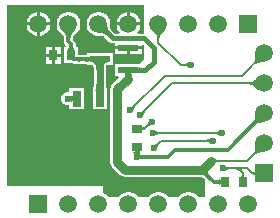
<source format=gbl>
G04*
G04 #@! TF.GenerationSoftware,Altium Limited,Altium Designer,22.4.2 (48)*
G04*
G04 Layer_Physical_Order=2*
G04 Layer_Color=16711680*
%FSLAX25Y25*%
%MOIN*%
G70*
G04*
G04 #@! TF.SameCoordinates,F7E3B1D8-2F66-413B-9CB6-F982D94F727F*
G04*
G04*
G04 #@! TF.FilePolarity,Positive*
G04*
G01*
G75*
%ADD10C,0.02362*%
%ADD12C,0.00787*%
%ADD14R,0.03150X0.03740*%
%ADD29C,0.01968*%
%ADD30C,0.01575*%
%ADD31C,0.01181*%
%ADD32C,0.01496*%
%ADD33R,0.05906X0.05906*%
%ADD34C,0.05906*%
%ADD35R,0.05906X0.05906*%
%ADD36C,0.02362*%
%ADD37R,0.07087X0.02362*%
%ADD38R,0.03150X0.05315*%
%ADD39R,0.03740X0.03150*%
%ADD40C,0.03150*%
G36*
X47047Y64204D02*
X44911D01*
X44704Y64704D01*
X44974Y64974D01*
X45494Y65876D01*
X45764Y66881D01*
Y66902D01*
X41811D01*
X37858D01*
Y66881D01*
X38128Y65876D01*
X38648Y64974D01*
X38919Y64704D01*
X38711Y64204D01*
X37279D01*
X36065Y65418D01*
X35984Y65528D01*
X35892Y65684D01*
X35809Y65860D01*
X35736Y66055D01*
X35675Y66272D01*
X35643Y66430D01*
X35764Y66881D01*
Y67922D01*
X35494Y68927D01*
X34974Y69829D01*
X34238Y70565D01*
X33337Y71085D01*
X32331Y71354D01*
X31291D01*
X30285Y71085D01*
X29384Y70565D01*
X28648Y69829D01*
X28128Y68927D01*
X27858Y67922D01*
Y66881D01*
X28128Y65876D01*
X28648Y64974D01*
X29384Y64239D01*
X30285Y63718D01*
X31291Y63449D01*
X32331D01*
X32782Y63570D01*
X32940Y63538D01*
X33158Y63477D01*
X33353Y63404D01*
X33528Y63321D01*
X33685Y63228D01*
X33794Y63147D01*
X35479Y61463D01*
X35479Y61463D01*
X36000Y61115D01*
X36614Y60993D01*
X36614Y60993D01*
X37189D01*
Y59949D01*
X41732D01*
X46276D01*
Y60338D01*
X46751Y60549D01*
X47047Y60316D01*
Y55610D01*
X45374Y53937D01*
X45281D01*
X45264Y53940D01*
X45246Y53937D01*
X37402D01*
Y50000D01*
X38460D01*
X38652Y49538D01*
X36388Y47274D01*
X35865Y46492D01*
X35682Y45571D01*
Y21457D01*
X35865Y20535D01*
X36039Y20276D01*
X36388Y19754D01*
X39045Y17096D01*
X39826Y16574D01*
X40748Y16391D01*
X66240D01*
X66277Y16398D01*
X66286Y16395D01*
X66422Y16329D01*
X66612Y16215D01*
X66826Y16065D01*
X67421Y15548D01*
Y10138D01*
X67126Y9843D01*
X64960D01*
X64238Y10565D01*
X63337Y11085D01*
X62331Y11354D01*
X61291D01*
X60285Y11085D01*
X59384Y10565D01*
X58662Y9843D01*
X54960D01*
X54238Y10565D01*
X53337Y11085D01*
X52331Y11354D01*
X51291D01*
X50285Y11085D01*
X49384Y10565D01*
X48662Y9843D01*
X44960D01*
X44238Y10565D01*
X43337Y11085D01*
X42331Y11354D01*
X41291D01*
X40285Y11085D01*
X39384Y10565D01*
X38662Y9843D01*
X34960D01*
X34238Y10565D01*
X33337Y11085D01*
X33169Y11130D01*
Y13484D01*
X1204D01*
Y73599D01*
X47047D01*
Y64204D01*
D02*
G37*
G36*
X34769Y67023D02*
X34793Y66692D01*
X34834Y66378D01*
X34894Y66084D01*
X34972Y65807D01*
X35068Y65548D01*
X35182Y65307D01*
X35314Y65084D01*
X35465Y64880D01*
X35633Y64693D01*
X34519Y63580D01*
X34333Y63748D01*
X34128Y63898D01*
X33906Y64031D01*
X33665Y64145D01*
X33406Y64241D01*
X33129Y64319D01*
X32834Y64378D01*
X32521Y64420D01*
X32190Y64443D01*
X31841Y64449D01*
X34764Y67372D01*
X34769Y67023D01*
D02*
G37*
G36*
X53560Y64972D02*
X53025Y64371D01*
X52807Y64091D01*
X52623Y63826D01*
X52472Y63573D01*
X52355Y63335D01*
X52272Y63111D01*
X52222Y62900D01*
X52205Y62704D01*
X51417D01*
X51401Y62900D01*
X51350Y63111D01*
X51267Y63335D01*
X51150Y63573D01*
X50999Y63826D01*
X50815Y64091D01*
X50597Y64371D01*
X50062Y64972D01*
X49744Y65293D01*
X53878D01*
X53560Y64972D01*
D02*
G37*
G36*
X87057Y54606D02*
X86605Y54604D01*
X85802Y54558D01*
X85450Y54514D01*
X85132Y54456D01*
X84847Y54384D01*
X84596Y54299D01*
X84378Y54199D01*
X84194Y54086D01*
X84043Y53959D01*
X83486Y54515D01*
X83614Y54666D01*
X83727Y54851D01*
X83826Y55069D01*
X83912Y55320D01*
X83984Y55605D01*
X84042Y55923D01*
X84086Y56274D01*
X84132Y57078D01*
X84134Y57529D01*
X87057Y54606D01*
D02*
G37*
G36*
X61641Y52951D02*
X61570Y53041D01*
X61494Y53122D01*
X61415Y53193D01*
X61330Y53254D01*
X61242Y53307D01*
X61148Y53349D01*
X61050Y53382D01*
X60948Y53406D01*
X60840Y53420D01*
X60729Y53425D01*
X60856Y54213D01*
X60963Y54216D01*
X61069Y54228D01*
X61174Y54246D01*
X61279Y54272D01*
X61382Y54306D01*
X61485Y54347D01*
X61587Y54395D01*
X61689Y54451D01*
X61789Y54515D01*
X61888Y54586D01*
X61641Y52951D01*
D02*
G37*
G36*
X45279Y53065D02*
X45327Y53000D01*
X45405Y52943D01*
X45516Y52893D01*
X45657Y52851D01*
X45831Y52817D01*
X46035Y52790D01*
X46539Y52760D01*
X46838Y52756D01*
Y51181D01*
X46539Y51177D01*
X45831Y51120D01*
X45657Y51086D01*
X45516Y51044D01*
X45405Y50994D01*
X45327Y50937D01*
X45279Y50872D01*
X45264Y50799D01*
Y53138D01*
X45279Y53065D01*
D02*
G37*
G36*
X42719Y51690D02*
X42784Y50811D01*
X43319D01*
X43205Y50795D01*
X43102Y50748D01*
X43012Y50668D01*
X42933Y50556D01*
X42870Y50418D01*
X42892Y50348D01*
X42939Y50243D01*
X42991Y50159D01*
X42797D01*
X42771Y50028D01*
X42741Y49788D01*
X42723Y49516D01*
X42717Y49213D01*
X40748D01*
X40742Y49516D01*
X40694Y50028D01*
X40667Y50159D01*
X40473D01*
X40525Y50243D01*
X40572Y50348D01*
X40595Y50418D01*
X40531Y50556D01*
X40453Y50668D01*
X40362Y50748D01*
X40260Y50795D01*
X40145Y50811D01*
X40681D01*
X40723Y51199D01*
X40745Y51690D01*
X40748Y51968D01*
X42717D01*
X42719Y51690D01*
D02*
G37*
G36*
X84978Y45492D02*
X84657Y45810D01*
X84056Y46345D01*
X83776Y46563D01*
X83511Y46747D01*
X83258Y46898D01*
X83020Y47015D01*
X82796Y47098D01*
X82585Y47149D01*
X82389Y47165D01*
Y47953D01*
X82585Y47969D01*
X82796Y48020D01*
X83020Y48103D01*
X83258Y48221D01*
X83511Y48371D01*
X83776Y48555D01*
X84056Y48773D01*
X84657Y49308D01*
X84978Y49626D01*
Y45492D01*
D02*
G37*
G36*
X43976Y39569D02*
X43902Y39489D01*
X43835Y39404D01*
X43777Y39315D01*
X43727Y39221D01*
X43684Y39124D01*
X43649Y39022D01*
X43623Y38915D01*
X43604Y38805D01*
X43593Y38690D01*
X43591Y38571D01*
X42421Y39740D01*
X42540Y39743D01*
X42655Y39754D01*
X42766Y39772D01*
X42872Y39799D01*
X42974Y39834D01*
X43072Y39876D01*
X43165Y39927D01*
X43254Y39985D01*
X43339Y40051D01*
X43420Y40126D01*
X43976Y39569D01*
D02*
G37*
G36*
X47335Y37920D02*
X47260Y37839D01*
X47194Y37754D01*
X47135Y37665D01*
X47085Y37572D01*
X47042Y37474D01*
X47008Y37372D01*
X46981Y37266D01*
X46962Y37155D01*
X46951Y37040D01*
X46949Y36921D01*
X45779Y38091D01*
X45899Y38093D01*
X46014Y38104D01*
X46124Y38123D01*
X46230Y38149D01*
X46332Y38184D01*
X46430Y38227D01*
X46523Y38277D01*
X46613Y38335D01*
X46697Y38402D01*
X46778Y38476D01*
X47335Y37920D01*
D02*
G37*
G36*
X87057Y34607D02*
X86656Y34602D01*
X85932Y34546D01*
X85609Y34494D01*
X85311Y34426D01*
X85038Y34341D01*
X84792Y34241D01*
X84571Y34124D01*
X84375Y33992D01*
X84206Y33843D01*
X83371Y34678D01*
X83519Y34848D01*
X83652Y35043D01*
X83769Y35264D01*
X83869Y35511D01*
X83953Y35783D01*
X84022Y36081D01*
X84074Y36405D01*
X84110Y36754D01*
X84134Y37530D01*
X87057Y34607D01*
D02*
G37*
G36*
X49496Y33661D02*
X49377Y33659D01*
X49262Y33648D01*
X49152Y33629D01*
X49045Y33603D01*
X48943Y33568D01*
X48846Y33525D01*
X48752Y33475D01*
X48663Y33417D01*
X48578Y33350D01*
X48498Y33276D01*
X47941Y33832D01*
X48015Y33913D01*
X48082Y33998D01*
X48140Y34087D01*
X48191Y34180D01*
X48233Y34278D01*
X48268Y34380D01*
X48295Y34486D01*
X48313Y34597D01*
X48324Y34712D01*
X48327Y34831D01*
X49496Y33661D01*
D02*
G37*
G36*
X46342Y33193D02*
X46366Y33126D01*
X46406Y33067D01*
X46462Y33016D01*
X46534Y32972D01*
X46622Y32937D01*
X46726Y32909D01*
X46846Y32890D01*
X46982Y32878D01*
X47134Y32874D01*
Y32087D01*
X46982Y32083D01*
X46846Y32071D01*
X46726Y32051D01*
X46622Y32024D01*
X46534Y31988D01*
X46462Y31945D01*
X46406Y31894D01*
X46366Y31835D01*
X46342Y31768D01*
X46334Y31693D01*
Y33268D01*
X46342Y33193D01*
D02*
G37*
G36*
X71991Y30177D02*
X71905Y30259D01*
X71816Y30333D01*
X71725Y30398D01*
X71631Y30454D01*
X71534Y30502D01*
X71435Y30541D01*
X71333Y30571D01*
X71229Y30593D01*
X71122Y30606D01*
X71012Y30610D01*
Y31398D01*
X71122Y31402D01*
X71229Y31415D01*
X71333Y31437D01*
X71435Y31467D01*
X71534Y31506D01*
X71631Y31554D01*
X71725Y31610D01*
X71816Y31675D01*
X71905Y31748D01*
X71991Y31831D01*
Y30177D01*
D02*
G37*
G36*
X51028Y31748D02*
X51117Y31675D01*
X51208Y31610D01*
X51302Y31554D01*
X51399Y31506D01*
X51498Y31467D01*
X51600Y31437D01*
X51704Y31415D01*
X51811Y31402D01*
X51921Y31398D01*
Y30610D01*
X51811Y30606D01*
X51704Y30593D01*
X51600Y30571D01*
X51498Y30541D01*
X51399Y30502D01*
X51302Y30454D01*
X51208Y30398D01*
X51117Y30333D01*
X51028Y30259D01*
X50942Y30177D01*
Y31831D01*
X51028Y31748D01*
D02*
G37*
G36*
X69038Y27716D02*
X68952Y27799D01*
X68863Y27872D01*
X68772Y27937D01*
X68678Y27994D01*
X68581Y28041D01*
X68482Y28080D01*
X68381Y28111D01*
X68276Y28132D01*
X68169Y28145D01*
X68060Y28150D01*
Y28937D01*
X68169Y28941D01*
X68276Y28954D01*
X68381Y28976D01*
X68482Y29006D01*
X68581Y29045D01*
X68678Y29093D01*
X68772Y29149D01*
X68863Y29214D01*
X68952Y29288D01*
X69038Y29370D01*
Y27716D01*
D02*
G37*
G36*
X51764Y26994D02*
X51689Y26914D01*
X51623Y26829D01*
X51564Y26740D01*
X51514Y26647D01*
X51471Y26549D01*
X51437Y26447D01*
X51410Y26341D01*
X51391Y26230D01*
X51381Y26115D01*
X51378Y25996D01*
X50209Y27165D01*
X50328Y27168D01*
X50443Y27179D01*
X50553Y27198D01*
X50660Y27224D01*
X50761Y27259D01*
X50859Y27301D01*
X50953Y27352D01*
X51042Y27410D01*
X51126Y27477D01*
X51207Y27551D01*
X51764Y26994D01*
D02*
G37*
G36*
X87057Y24607D02*
X86605Y24604D01*
X85802Y24558D01*
X85450Y24514D01*
X85132Y24456D01*
X84847Y24385D01*
X84596Y24299D01*
X84378Y24199D01*
X84194Y24086D01*
X84043Y23959D01*
X83486Y24515D01*
X83614Y24666D01*
X83727Y24851D01*
X83826Y25069D01*
X83912Y25320D01*
X83984Y25605D01*
X84042Y25923D01*
X84086Y26274D01*
X84132Y27078D01*
X84134Y27529D01*
X87057Y24607D01*
D02*
G37*
G36*
X45913Y24811D02*
X45779Y24764D01*
X45661Y24684D01*
X45559Y24573D01*
X45472Y24430D01*
X45402Y24256D01*
X45347Y24050D01*
X45307Y23812D01*
X45283Y23542D01*
X45276Y23240D01*
X43701D01*
X43693Y23542D01*
X43669Y23812D01*
X43630Y24050D01*
X43575Y24256D01*
X43504Y24430D01*
X43417Y24573D01*
X43315Y24684D01*
X43197Y24764D01*
X43063Y24811D01*
X42913Y24827D01*
X46063D01*
X45913Y24811D01*
D02*
G37*
G36*
X45382Y23912D02*
X45441Y23872D01*
X45509Y23836D01*
X45585Y23806D01*
X45669Y23779D01*
X45763Y23758D01*
X45864Y23742D01*
X45974Y23730D01*
X46220Y23720D01*
Y22539D01*
X46093Y22537D01*
X45864Y22518D01*
X45763Y22502D01*
X45669Y22480D01*
X45585Y22454D01*
X45509Y22424D01*
X45441Y22388D01*
X45382Y22348D01*
X45332Y22303D01*
Y23957D01*
X45382Y23912D01*
D02*
G37*
G36*
X70037Y22591D02*
X70135Y22525D01*
X70234Y22466D01*
X70334Y22415D01*
X70435Y22372D01*
X70538Y22337D01*
X70641Y22310D01*
X70747Y22290D01*
X70853Y22278D01*
X70961Y22275D01*
X71053Y21487D01*
X70942Y21483D01*
X70834Y21468D01*
X70731Y21445D01*
X70632Y21413D01*
X70537Y21371D01*
X70446Y21320D01*
X70359Y21259D01*
X70276Y21190D01*
X70197Y21111D01*
X70122Y21022D01*
X69941Y22666D01*
X70037Y22591D01*
D02*
G37*
G36*
X74284Y20000D02*
X74370Y19924D01*
X74458Y19857D01*
X74550Y19799D01*
X74645Y19750D01*
X74742Y19710D01*
X74843Y19679D01*
X74947Y19657D01*
X75054Y19643D01*
X75164Y19639D01*
X75131Y18851D01*
X75023Y18847D01*
X74916Y18835D01*
X74811Y18814D01*
X74708Y18784D01*
X74608Y18746D01*
X74510Y18700D01*
X74413Y18646D01*
X74319Y18583D01*
X74227Y18512D01*
X74137Y18432D01*
X74202Y20084D01*
X74284Y20000D01*
D02*
G37*
G36*
X80032Y18851D02*
X79888Y18846D01*
X79771Y18829D01*
X79681Y18801D01*
X79617Y18762D01*
X79581Y18712D01*
X79571Y18651D01*
X79589Y18578D01*
X79633Y18495D01*
X79704Y18400D01*
X79802Y18295D01*
X78688D01*
X78574Y18400D01*
X78456Y18495D01*
X78333Y18578D01*
X78206Y18651D01*
X78074Y18712D01*
X77937Y18762D01*
X77796Y18801D01*
X77650Y18829D01*
X77499Y18846D01*
X77344Y18851D01*
X78294Y19639D01*
X80032Y18851D01*
D02*
G37*
G36*
X84158Y16772D02*
X84150Y16847D01*
X84126Y16913D01*
X84086Y16973D01*
X84030Y17024D01*
X83958Y17067D01*
X83870Y17102D01*
X83766Y17130D01*
X83646Y17150D01*
X83510Y17161D01*
X83359Y17165D01*
Y17953D01*
X83510Y17957D01*
X83646Y17968D01*
X83766Y17988D01*
X83870Y18016D01*
X83958Y18051D01*
X84030Y18094D01*
X84086Y18146D01*
X84126Y18205D01*
X84150Y18272D01*
X84158Y18347D01*
Y16772D01*
D02*
G37*
G36*
X80319Y17061D02*
X80331Y16925D01*
X80350Y16805D01*
X80378Y16701D01*
X80413Y16613D01*
X80457Y16541D01*
X80508Y16485D01*
X80567Y16445D01*
X80634Y16421D01*
X80709Y16413D01*
X79134D01*
X79209Y16421D01*
X79276Y16445D01*
X79335Y16485D01*
X79386Y16541D01*
X79429Y16613D01*
X79465Y16701D01*
X79492Y16805D01*
X79512Y16925D01*
X79524Y17061D01*
X79528Y17212D01*
X80315D01*
X80319Y17061D01*
D02*
G37*
G36*
X67836Y18638D02*
X67899Y18449D01*
X68004Y18233D01*
X68151Y17990D01*
X68341Y17719D01*
X68845Y17096D01*
X69518Y16364D01*
X69917Y15957D01*
X69082Y15122D01*
X68675Y15521D01*
X67320Y16699D01*
X67050Y16888D01*
X66806Y17035D01*
X66590Y17140D01*
X66401Y17203D01*
X66239Y17224D01*
X67815Y18800D01*
X67836Y18638D01*
D02*
G37*
G36*
X72268Y15411D02*
X73222Y15460D01*
Y14067D01*
X73182Y14087D01*
X73105Y14106D01*
X72992Y14121D01*
X72654Y14147D01*
X72268Y14154D01*
Y13583D01*
X72256Y13695D01*
X72220Y13795D01*
X72161Y13884D01*
X72077Y13961D01*
X71970Y14026D01*
X71839Y14079D01*
X71684Y14120D01*
X71504Y14150D01*
X71302Y14167D01*
X71075Y14173D01*
Y15354D01*
X71250Y15359D01*
X71338Y15363D01*
X71504Y15378D01*
X71684Y15407D01*
X71839Y15449D01*
X71970Y15502D01*
X72077Y15567D01*
X72161Y15644D01*
X72220Y15732D01*
X72256Y15833D01*
X72268Y15945D01*
Y15411D01*
D02*
G37*
%LPC*%
G36*
X42331Y71354D02*
X42311D01*
Y67902D01*
X45764D01*
Y67922D01*
X45494Y68927D01*
X44974Y69829D01*
X44238Y70565D01*
X43337Y71085D01*
X42331Y71354D01*
D02*
G37*
G36*
X12331D02*
X12311D01*
Y67902D01*
X15764D01*
Y67922D01*
X15494Y68927D01*
X14974Y69829D01*
X14238Y70565D01*
X13337Y71085D01*
X12331Y71354D01*
D02*
G37*
G36*
X41311D02*
X41291D01*
X40285Y71085D01*
X39384Y70565D01*
X38648Y69829D01*
X38128Y68927D01*
X37858Y67922D01*
Y67902D01*
X41311D01*
Y71354D01*
D02*
G37*
G36*
X11311D02*
X11291D01*
X10285Y71085D01*
X9384Y70565D01*
X8648Y69829D01*
X8128Y68927D01*
X7858Y67922D01*
Y67902D01*
X11311D01*
Y71354D01*
D02*
G37*
G36*
X15764Y66902D02*
X12311D01*
Y63449D01*
X12331D01*
X13337Y63718D01*
X14238Y64239D01*
X14974Y64974D01*
X15494Y65876D01*
X15764Y66881D01*
Y66902D01*
D02*
G37*
G36*
X11311D02*
X7858D01*
Y66881D01*
X8128Y65876D01*
X8648Y64974D01*
X9384Y64239D01*
X10285Y63718D01*
X11291Y63449D01*
X11311D01*
Y66902D01*
D02*
G37*
G36*
X19307Y59839D02*
X17232D01*
Y57468D01*
X19307D01*
Y59839D01*
D02*
G37*
G36*
X16232D02*
X14157D01*
Y57468D01*
X16232D01*
Y59839D01*
D02*
G37*
G36*
X46276Y58949D02*
X42232D01*
Y57268D01*
X46276D01*
Y58949D01*
D02*
G37*
G36*
X41232D02*
X37189D01*
Y57268D01*
X41232D01*
Y58949D01*
D02*
G37*
G36*
X19307Y56468D02*
X17232D01*
Y54098D01*
X19307D01*
Y56468D01*
D02*
G37*
G36*
X16232D02*
X14157D01*
Y54098D01*
X16232D01*
Y56468D01*
D02*
G37*
G36*
X22331Y71354D02*
X21291D01*
X20285Y71085D01*
X19384Y70565D01*
X18648Y69829D01*
X18128Y68927D01*
X17858Y67922D01*
Y66881D01*
X18128Y65876D01*
X18648Y64974D01*
X19384Y64239D01*
X19804Y63996D01*
X19906Y63844D01*
X20021Y63645D01*
X20111Y63454D01*
X20178Y63273D01*
X20224Y63100D01*
X20245Y62965D01*
Y61555D01*
X20365Y60956D01*
X20704Y60448D01*
X21037Y60115D01*
X20961Y59626D01*
X20276D01*
Y54311D01*
X23177D01*
X23397Y54164D01*
X23996Y54045D01*
X27731D01*
X27951Y54033D01*
X27953Y54033D01*
Y53740D01*
X28735D01*
X28752Y53737D01*
X28769Y53740D01*
X29862D01*
X29868Y53739D01*
X29885Y53734D01*
X29900Y53724D01*
X29934Y53686D01*
X29989Y53596D01*
X30052Y53441D01*
X30112Y53218D01*
X30160Y52931D01*
X30178Y52722D01*
Y46591D01*
X30144Y46096D01*
X30126Y45965D01*
X29823D01*
Y45231D01*
X29822Y45228D01*
X29823Y45219D01*
Y45182D01*
X29819Y45165D01*
X29823Y45148D01*
Y39075D01*
X34547D01*
Y45148D01*
X34551Y45165D01*
X34547Y45182D01*
Y45219D01*
X34548Y45228D01*
X34547Y45231D01*
Y45965D01*
X34252D01*
X34192Y46827D01*
Y52722D01*
X34210Y52931D01*
X34258Y53218D01*
X34318Y53441D01*
X34381Y53596D01*
X34436Y53686D01*
X34470Y53724D01*
X34485Y53734D01*
X34502Y53739D01*
X34509Y53740D01*
X36614D01*
Y57677D01*
X28769D01*
X28752Y57681D01*
X28735Y57677D01*
X27953D01*
Y57209D01*
X27910Y57201D01*
X27615Y57176D01*
X25367D01*
X25260Y57185D01*
X25104Y57211D01*
X25000Y57239D01*
Y59626D01*
X24265D01*
X24239Y59723D01*
X24213Y59880D01*
X24203Y59989D01*
Y60728D01*
X24084Y61327D01*
X23745Y61835D01*
X23377Y62204D01*
Y62965D01*
X23398Y63100D01*
X23444Y63273D01*
X23511Y63454D01*
X23601Y63645D01*
X23716Y63844D01*
X23818Y63996D01*
X24238Y64239D01*
X24974Y64974D01*
X25494Y65876D01*
X25764Y66881D01*
Y67922D01*
X25494Y68927D01*
X24974Y69829D01*
X24238Y70565D01*
X23337Y71085D01*
X22331Y71354D01*
D02*
G37*
G36*
X26870Y45965D02*
X22146D01*
Y44764D01*
X22095Y44731D01*
X21228D01*
X20426Y44399D01*
X19813Y43785D01*
X19480Y42983D01*
Y42116D01*
X19813Y41314D01*
X20426Y40701D01*
X21228Y40368D01*
X22095D01*
X22146Y40335D01*
Y39075D01*
X26870D01*
Y45965D01*
D02*
G37*
%LPD*%
G36*
X23627Y65035D02*
X23403Y64778D01*
X23205Y64523D01*
X23034Y64269D01*
X22889Y64017D01*
X22770Y63765D01*
X22678Y63515D01*
X22612Y63267D01*
X22572Y63020D01*
X22559Y62774D01*
X21063D01*
X21050Y63020D01*
X21010Y63267D01*
X20944Y63515D01*
X20852Y63765D01*
X20733Y64017D01*
X20588Y64269D01*
X20417Y64523D01*
X20219Y64778D01*
X19995Y65035D01*
X19744Y65293D01*
X23878D01*
X23627Y65035D01*
D02*
G37*
G36*
X23393Y60036D02*
X23416Y59780D01*
X23453Y59553D01*
X23505Y59358D01*
X23573Y59192D01*
X23655Y59056D01*
X23752Y58950D01*
X23865Y58875D01*
X23992Y58830D01*
X24134Y58815D01*
X21142D01*
X21284Y58830D01*
X21411Y58875D01*
X21523Y58950D01*
X21621Y59056D01*
X21703Y59192D01*
X21770Y59358D01*
X21823Y59553D01*
X21860Y59780D01*
X21882Y60036D01*
X21890Y60323D01*
X23386D01*
X23393Y60036D01*
D02*
G37*
G36*
X24216Y56964D02*
X24260Y56837D01*
X24335Y56725D01*
X24440Y56628D01*
X24575Y56545D01*
X24739Y56478D01*
X24934Y56426D01*
X25158Y56388D01*
X25412Y56366D01*
X25697Y56358D01*
Y54862D01*
X25412Y54865D01*
X24575Y54924D01*
X24440Y54952D01*
X24335Y54984D01*
X24260Y55021D01*
X24216Y55063D01*
X24201Y55110D01*
Y57106D01*
X24216Y56964D01*
D02*
G37*
G36*
X31350Y54775D02*
X31310Y54791D01*
X31225Y54806D01*
X31094Y54819D01*
X30429Y54848D01*
X28909Y54862D01*
Y56358D01*
X31350Y56446D01*
Y54775D01*
D02*
G37*
G36*
X28752Y54540D02*
X28737Y54601D01*
X28692Y54656D01*
X28618Y54704D01*
X28513Y54746D01*
X28378Y54782D01*
X28214Y54811D01*
X28019Y54833D01*
X27540Y54859D01*
X27256Y54862D01*
Y56358D01*
X27540Y56363D01*
X28019Y56405D01*
X28214Y56441D01*
X28378Y56488D01*
X28513Y56545D01*
X28618Y56613D01*
X28692Y56691D01*
X28737Y56779D01*
X28752Y56878D01*
Y54540D01*
D02*
G37*
G36*
X34323Y54528D02*
X34122Y54457D01*
X33945Y54338D01*
X33791Y54172D01*
X33661Y53958D01*
X33555Y53697D01*
X33472Y53388D01*
X33413Y53032D01*
X33378Y52628D01*
X33366Y52177D01*
X31004D01*
X30992Y52628D01*
X30957Y53032D01*
X30898Y53388D01*
X30815Y53697D01*
X30709Y53958D01*
X30579Y54172D01*
X30425Y54338D01*
X30248Y54457D01*
X30047Y54528D01*
X29823Y54552D01*
X34547D01*
X34323Y54528D01*
D02*
G37*
G36*
X33370Y47079D02*
X33462Y45756D01*
X33504Y45543D01*
X33553Y45378D01*
X33610Y45260D01*
X33675Y45189D01*
X33748Y45165D01*
X30622D01*
X30695Y45189D01*
X30760Y45260D01*
X30817Y45378D01*
X30867Y45543D01*
X30909Y45756D01*
X30943Y46016D01*
X30989Y46677D01*
X31004Y47527D01*
X33366D01*
X33370Y47079D01*
D02*
G37*
G36*
X22945Y43305D02*
X23028Y43301D01*
X23284Y43298D01*
Y41802D01*
X23150Y41801D01*
X22945Y41786D01*
Y41266D01*
X22932Y41368D01*
X22894Y41459D01*
X22830Y41539D01*
X22740Y41609D01*
X22624Y41668D01*
X22483Y41716D01*
X22316Y41753D01*
X22124Y41780D01*
X21905Y41796D01*
X21662Y41802D01*
Y43298D01*
X21905Y43303D01*
X22316Y43346D01*
X22483Y43383D01*
X22624Y43431D01*
X22740Y43490D01*
X22830Y43560D01*
X22894Y43640D01*
X22932Y43731D01*
X22945Y43833D01*
Y43305D01*
D02*
G37*
D10*
X32185Y42520D02*
Y55610D01*
D12*
X81408Y21881D02*
X87087Y27559D01*
X69064Y21881D02*
X81408D01*
X52756Y28543D02*
X69882D01*
X50197Y25984D02*
X52756Y28543D01*
X81227Y19245D02*
X82913Y17559D01*
X78294Y19245D02*
X81227D01*
X50098Y31004D02*
X72835D01*
X53850Y50000D02*
X79527D01*
X87087Y57559D01*
X51811Y61181D02*
Y67402D01*
X59173Y53819D02*
X62421D01*
X51811Y61181D02*
X59173Y53819D01*
X62421D02*
X62598Y53642D01*
X44488Y32283D02*
X44685Y32480D01*
X47146D01*
X49508Y34843D01*
X42409Y38559D02*
X53850Y50000D01*
X45768Y36909D02*
X56417Y47559D01*
X87087D01*
X73373Y19245D02*
X78294D01*
X79921Y14567D02*
Y17618D01*
X78294Y19245D02*
X79921Y17618D01*
X73327Y19291D02*
X73373Y19245D01*
X82913Y17559D02*
X87087D01*
D14*
X32185Y34350D02*
D03*
X38091D02*
D03*
X79921Y14567D02*
D03*
X73819D02*
D03*
X22638Y56968D02*
D03*
X16732D02*
D03*
D29*
X41732Y49213D02*
Y51968D01*
X73819Y14567D02*
Y14665D01*
X73917Y14764D01*
D30*
X44488Y23130D02*
Y26378D01*
X47441Y51968D02*
X50197Y54724D01*
X41732Y51968D02*
X47441D01*
X50197Y54724D02*
Y59547D01*
X47146Y62598D02*
X50197Y59547D01*
X36614Y62598D02*
X47146D01*
X31811Y67402D02*
X36614Y62598D01*
D31*
X70276Y14764D02*
X73917D01*
X66240Y18799D02*
X70276Y14764D01*
X65650Y18799D02*
X66339Y18110D01*
X65483Y18966D02*
X65650Y18799D01*
X44488Y23130D02*
X55118D01*
X57480Y25492D01*
X75020D01*
X87087Y37559D01*
D32*
X21662Y42549D02*
X24478D01*
X24508Y42520D01*
X22638Y56968D02*
Y60728D01*
X21811Y61555D02*
Y67402D01*
Y61555D02*
X22638Y60728D01*
Y56673D02*
X23465Y55847D01*
X23760D01*
X23996Y55610D01*
X32185D01*
X22638Y56673D02*
Y56968D01*
D33*
X11811Y7402D02*
D03*
X81811Y67402D02*
D03*
D34*
X21811Y7402D02*
D03*
X31811D02*
D03*
X41811D02*
D03*
X51811D02*
D03*
X61811D02*
D03*
X71811D02*
D03*
X81811D02*
D03*
X87087Y27559D02*
D03*
Y37559D02*
D03*
Y47559D02*
D03*
Y57559D02*
D03*
X11811Y67402D02*
D03*
X21811D02*
D03*
X31811D02*
D03*
X41811D02*
D03*
X51811D02*
D03*
X61811D02*
D03*
X71811D02*
D03*
D35*
X87087Y17559D02*
D03*
D36*
X60630Y13484D02*
D03*
X69193Y21752D02*
D03*
X44488Y23130D02*
D03*
X34620Y20742D02*
D03*
X72835Y31004D02*
D03*
X49508Y34843D02*
D03*
X21949Y20768D02*
D03*
X50098Y31004D02*
D03*
X50197Y25984D02*
D03*
X69882Y28543D02*
D03*
X62598Y53642D02*
D03*
X28346Y37894D02*
D03*
X36614Y71653D02*
D03*
X20669Y28839D02*
D03*
X4035Y70472D02*
D03*
X25197Y51378D02*
D03*
X6004Y61417D02*
D03*
X30118Y60827D02*
D03*
X44390Y55512D02*
D03*
X45768Y36909D02*
D03*
X42409Y38559D02*
D03*
X73327Y19291D02*
D03*
X21662Y42549D02*
D03*
D37*
X32283Y55709D02*
D03*
X41732Y51968D02*
D03*
Y59449D02*
D03*
D38*
X32185Y42520D02*
D03*
X24508D02*
D03*
D39*
X44488Y32283D02*
D03*
Y26378D02*
D03*
D40*
X65650Y18799D02*
X66240D01*
X40748D02*
X65650D01*
X66240D02*
X69193Y21752D01*
X38091Y21457D02*
X40748Y18799D01*
X38091Y21457D02*
Y45571D01*
X41732Y49213D01*
M02*

</source>
